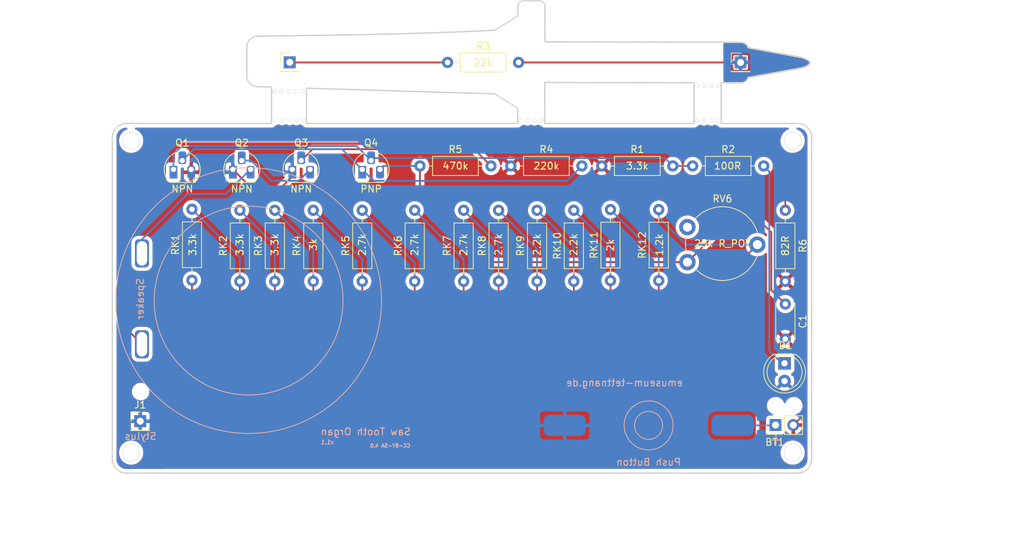
<source format=kicad_pcb>
(kicad_pcb (version 20171130) (host pcbnew 5.1.8)
  (layers (0 F.Cu signal) (31 B.Cu signal) (34 B.Paste user) (35 F.Paste user) (36 B.SilkS user) (37 F.SilkS user) (38 B.Mask user) (39 F.Mask user) (44 Edge.Cuts user))
  (net 0 "")
  (net 1 GND)
  (net 2 +9V)
  (net 3 "Net-(C1-Pad1)")
  (net 4 VS)
  (net 5 "Net-(D1-Pad1)")
  (net 6 "Net-(Q1-Pad1)")
  (net 7 "Net-(Q1-Pad2)")
  (net 8 "Net-(LS1-Pad2)")
  (net 9 "Net-(RK1-Pad2)")
  (net 10 "Net-(RK1-Pad1)")
  (net 11 "Net-(RK2-Pad2)")
  (net 12 "Net-(RK3-Pad2)")
  (net 13 "Net-(RK4-Pad2)")
  (net 14 "Net-(RK5-Pad2)")
  (net 15 "Net-(RK6-Pad2)")
  (net 16 "Net-(RK7-Pad2)")
  (net 17 "Net-(RK8-Pad2)")
  (net 18 "Net-(RK10-Pad1)")
  (net 19 "Net-(RK10-Pad2)")
  (net 20 "Net-(RK11-Pad2)")
  (net 21 "Net-(RK12-Pad2)")
  (net 22 "Net-(RV6-Pad3)")
  (net 23 "Net-(J2-Pad1)")
  (net 24 "Net-(J3-Pad1)")
  (net 25 "Net-(Q3-Pad2)")
  (net 26 "Net-(Q2-Pad2)")
  (net 27 "Net-(LS1-Pad1)")
  (module MountingHole:MountingHole_2.1mm (layer F.Cu) (at 160.95 99.72)
    (fp_text reference REF** hide)
    (fp_text value MountingHole_2.1mm)
    (pad "" np_thru_hole circle (at 0 0) (size 1.5 1.5) (drill 1.5) (layers *.Cu *.Mask))
  )
  (module MountingHole:MountingHole_2.1mm (layer F.Cu) (at 143.31 146.77)
    (fp_text reference REF** hide)
    (fp_text value MountingHole_2.1mm)
    (pad "" np_thru_hole circle (at 0 0) (size 1.5 1.5) (drill 1.5) (layers *.Cu *.Mask))
  )
  (module MountingHole:MountingHole_2.1mm (layer F.Cu) (at 234.12 148.78)
    (fp_text reference REF** hide)
    (fp_text value MountingHole_2.1mm)
    (pad "" np_thru_hole circle (at 0 0) (size 1.5 1.5) (drill 1.5) (layers *.Cu *.Mask))
  )
  (module MountingHole:MountingHole_2.1mm (layer F.Cu) (at 236.71 148.79)
    (fp_text reference REF** hide)
    (fp_text value MountingHole_2.1mm)
    (pad "" np_thru_hole circle (at 0 0) (size 1.5 1.5) (drill 1.5) (layers *.Cu *.Mask))
  )
  (module SawToothOrganDIP:pad_solder_iron (layer F.Cu) (at 189.15 100.5)
    (fp_text reference Ref** hide)
    (fp_text value Val** hide)
  )
  (module Binary_Kitchen:MouseBites (layer F.Cu) (at 225.44 103.01)
    (fp_text reference Ref** hide)
    (fp_text value Val** hide)
    (pad 2 thru_hole circle (at 0.499952 0.000029) (size 0.495127 0.495127) (drill 0.495127) (layers *.Cu *.Mask))
    (pad 1 thru_hole circle (at -0.500048 0.000029) (size 0.495127 0.495127) (drill 0.495127) (layers *.Cu *.Mask))
  )
  (module Binary_Kitchen:MouseBites (layer F.Cu) (at 223.39 103.01)
    (fp_text reference Ref** hide)
    (fp_text value Val** hide)
    (pad 2 thru_hole circle (at 0.499952 0.000029) (size 0.495127 0.495127) (drill 0.495127) (layers *.Cu *.Mask))
    (pad 1 thru_hole circle (at -0.500048 0.000029) (size 0.495127 0.495127) (drill 0.495127) (layers *.Cu *.Mask))
  )
  (module Binary_Kitchen:MouseBites (layer F.Cu) (at 225.41 108)
    (fp_text reference Ref** hide)
    (fp_text value Val** hide)
    (pad 2 thru_hole circle (at 0.499952 0.000029) (size 0.495127 0.495127) (drill 0.495127) (layers *.Cu *.Mask))
    (pad 1 thru_hole circle (at -0.500048 0.000029) (size 0.495127 0.495127) (drill 0.495127) (layers *.Cu *.Mask))
  )
  (module Binary_Kitchen:MouseBites (layer F.Cu) (at 223.36 108)
    (fp_text reference Ref** hide)
    (fp_text value Val** hide)
    (pad 2 thru_hole circle (at 0.499952 0.000029) (size 0.495127 0.495127) (drill 0.495127) (layers *.Cu *.Mask))
    (pad 1 thru_hole circle (at -0.500048 0.000029) (size 0.495127 0.495127) (drill 0.495127) (layers *.Cu *.Mask))
  )
  (module Connector_PinHeader_2.54mm:PinHeader_1x01_P2.54mm_Vertical (layer F.Cu) (at 164.63 99.68)
    (fp_text reference J2 hide)
    (fp_text value Conn_01x01 hide)
    (pad 1 thru_hole rect (at 0 0) (size 1.7 1.7) (drill 1) (layers *.Cu *.Mask) (net 23 "Net-(J2-Pad1)"))
  )
  (module Resistor_THT:R_Axial_DIN0207_L6.3mm_D2.5mm_P10.16mm_Horizontal (layer F.Cu) (at 235.5 131 90)
    (fp_text reference R6 (at 5.08 2.5 90) (layer F.SilkS))
    (fp_text value 82R (at 5.08 0 90) (layer F.SilkS))
    (pad 2 thru_hole oval (at 10.16 0 90) (size 1.6 1.6) (drill 0.8) (layers *.Cu *.Mask) (net 27 "Net-(LS1-Pad1)"))
    (pad 1 thru_hole circle (at 0 0 90) (size 1.6 1.6) (drill 0.8) (layers *.Cu *.Mask) (net 1 GND))
  )
  (module Binary_Kitchen:Kitchen_Logo_10mm (layer F.Cu) (at 186.5 139.5)
    (fp_text reference Ref** hide)
    (fp_text value Val** hide)
  )
  (module Binary_Kitchen:Tettnang_Logo (layer F.Cu) (at 212.5 139)
    (fp_text reference Ref** hide)
    (fp_text value Val** hide)
  )
  (module Binary_Kitchen:MouseBites (layer F.Cu) (at 163.05 107.95)
    (fp_text reference Ref** hide)
    (fp_text value Val** hide)
    (pad 2 thru_hole circle (at 0.499952 0.000029) (size 0.495127 0.495127) (drill 0.495127) (layers *.Cu *.Mask))
    (pad 1 thru_hole circle (at -0.500048 0.000029) (size 0.495127 0.495127) (drill 0.495127) (layers *.Cu *.Mask))
  )
  (module Binary_Kitchen:MouseBites (layer F.Cu) (at 165.1 107.95)
    (fp_text reference Ref** hide)
    (fp_text value Val** hide)
    (pad 2 thru_hole circle (at 0.499952 0.000029) (size 0.495127 0.495127) (drill 0.495127) (layers *.Cu *.Mask))
    (pad 1 thru_hole circle (at -0.500048 0.000029) (size 0.495127 0.495127) (drill 0.495127) (layers *.Cu *.Mask))
  )
  (module Binary_Kitchen:Push_Button (layer B.Cu) (at 203.95 151.6)
    (fp_text reference SW1 hide)
    (fp_text value SW_DIP_x01)
    (fp_text user "Push Button" (at 12 5.25) (layer B.SilkS) (effects (justify mirror)))
    (pad 2 smd roundrect (at 24 0) (size 6 3) (layers B.Cu B.Paste B.Mask) (net 2 +9V))
    (pad 1 smd roundrect (at 0 0) (size 6 3) (layers B.Cu B.Paste B.Mask) (net 4 VS))
  )
  (module Binary_Kitchen:Mouse_Bites_one (layer F.Cu) (at 166.6 107.95)
    (fp_text reference Ref** hide)
    (fp_text value Val** hide)
    (pad 1 thru_hole circle (at -0.000048 0.000029) (size 0.495127 0.495127) (drill 0.495127) (layers *.Cu *.Mask))
  )
  (module Binary_Kitchen:Mouse_Bites_one (layer F.Cu) (at 166.5 103.85)
    (fp_text reference Ref** hide)
    (fp_text value Val** hide)
    (pad 1 thru_hole circle (at -0.000048 0.000029) (size 0.495127 0.495127) (drill 0.495127) (layers *.Cu *.Mask))
  )
  (module Binary_Kitchen:MouseBites (layer F.Cu) (at 165 103.85)
    (fp_text reference Ref** hide)
    (fp_text value Val** hide)
    (pad 1 thru_hole circle (at -0.500048 0.000029) (size 0.495127 0.495127) (drill 0.495127) (layers *.Cu *.Mask))
    (pad 2 thru_hole circle (at 0.499952 0.000029) (size 0.495127 0.495127) (drill 0.495127) (layers *.Cu *.Mask))
  )
  (module Binary_Kitchen:MouseBites (layer F.Cu) (at 162.95 103.85)
    (fp_text reference Ref** hide)
    (fp_text value Val** hide)
    (pad 1 thru_hole circle (at -0.500048 0.000029) (size 0.495127 0.495127) (drill 0.495127) (layers *.Cu *.Mask))
    (pad 2 thru_hole circle (at 0.499952 0.000029) (size 0.495127 0.495127) (drill 0.495127) (layers *.Cu *.Mask))
  )
  (module Binary_Kitchen:MouseBites (layer F.Cu) (at 200.15 108)
    (fp_text reference Ref** hide)
    (fp_text value Val** hide)
    (pad 2 thru_hole circle (at 0.499952 0.000029) (size 0.495127 0.495127) (drill 0.495127) (layers *.Cu *.Mask))
    (pad 1 thru_hole circle (at -0.500048 0.000029) (size 0.495127 0.495127) (drill 0.495127) (layers *.Cu *.Mask))
  )
  (module Binary_Kitchen:MouseBites (layer F.Cu) (at 198.1 108)
    (fp_text reference Ref** hide)
    (fp_text value Val** hide)
    (pad 2 thru_hole circle (at 0.499952 0.000029) (size 0.495127 0.495127) (drill 0.495127) (layers *.Cu *.Mask))
    (pad 1 thru_hole circle (at -0.500048 0.000029) (size 0.495127 0.495127) (drill 0.495127) (layers *.Cu *.Mask))
  )
  (module Binary_Kitchen:Keyboard (layer F.Cu) (at 189.15 144.95)
    (fp_text reference U1 hide)
    (fp_text value Keyboard hide)
    (fp_poly (pts (xy -35.009666 1.947334) (xy -32.004 1.947334) (xy -32.004 12.573) (xy -42.121666 12.573) (xy -42.121666 -12.530666) (xy -35.009666 -12.530666) (xy -35.009666 1.947334)) (layer F.Cu) (width 0.01))
    (fp_poly (pts (xy -24.426333 1.947334) (xy -21.420666 1.947334) (xy -21.420666 12.573) (xy -31.538333 12.573) (xy -31.538333 1.947334) (xy -28.532666 1.947334) (xy -28.532666 -12.530666) (xy -24.426333 -12.530666) (xy -24.426333 1.947334)) (layer F.Cu) (width 0.01))
    (fp_poly (pts (xy -10.837333 12.573) (xy -20.955 12.573) (xy -20.955 1.947334) (xy -17.949333 1.947334) (xy -17.949333 -12.530666) (xy -10.837333 -12.530666) (xy -10.837333 12.573)) (layer F.Cu) (width 0.01))
    (fp_poly (pts (xy -3.217333 1.947334) (xy -0.211666 1.947334) (xy -0.211666 12.573) (xy -10.371666 12.573) (xy -10.371666 -12.530666) (xy -3.217333 -12.530666) (xy -3.217333 1.947334)) (layer F.Cu) (width 0.01))
    (fp_poly (pts (xy 7.366 1.947334) (xy 10.371667 1.947334) (xy 10.371667 12.573) (xy 0.211667 12.573) (xy 0.211667 1.947334) (xy 3.217334 1.947334) (xy 3.217334 -12.530666) (xy 7.366 -12.530666) (xy 7.366 1.947334)) (layer F.Cu) (width 0.01))
    (fp_poly (pts (xy 17.949334 1.947334) (xy 20.955 1.947334) (xy 20.955 12.573) (xy 10.837334 12.573) (xy 10.837334 1.947334) (xy 13.843 1.947334) (xy 13.843 -12.530666) (xy 17.949334 -12.530666) (xy 17.949334 1.947334)) (layer F.Cu) (width 0.01))
    (fp_poly (pts (xy 31.538334 12.573) (xy 21.420667 12.573) (xy 21.420667 1.947334) (xy 24.426334 1.947334) (xy 24.426334 -12.530666) (xy 31.538334 -12.530666) (xy 31.538334 12.573)) (layer F.Cu) (width 0.01))
    (fp_poly (pts (xy 42.121667 12.573) (xy 32.004 12.573) (xy 32.004 -12.530666) (xy 42.121667 -12.530666) (xy 42.121667 12.573)) (layer F.Cu) (width 0.01))
    (fp_poly (pts (xy -28.924126 -5.471583) (xy -28.934833 1.5875) (xy -31.739416 1.598386) (xy -34.544 1.609271) (xy -34.544 -12.530666) (xy -28.913418 -12.530666) (xy -28.924126 -5.471583)) (layer F.Cu) (width 0.01))
    (fp_poly (pts (xy -18.330333 1.608667) (xy -21.117278 1.608667) (xy -21.595426 1.608249) (xy -22.048497 1.607043) (xy -22.46941 1.605119) (xy -22.851086 1.602549) (xy -23.186446 1.599404) (xy -23.468408 1.595754) (xy -23.689894 1.591671) (xy -23.843823 1.587225) (xy -23.923116 1.582488) (xy -23.932444 1.580445) (xy -23.935513 1.535739) (xy -23.938488 1.410784) (xy -23.941352 1.209999) (xy -23.944088 0.937801) (xy -23.946678 0.598609) (xy -23.949104 0.196841) (xy -23.951349 -0.263086) (xy -23.953395 -0.776754) (xy -23.955225 -1.339744) (xy -23.95682 -1.947638) (xy -23.958164 -2.596018) (xy -23.959238 -3.280467) (xy -23.960025 -3.996566) (xy -23.960507 -4.739897) (xy -23.960666 -5.489222) (xy -23.960666 -12.530666) (xy -18.330333 -12.530666) (xy -18.330333 1.608667)) (layer F.Cu) (width 0.01))
    (fp_poly (pts (xy 2.868208 -5.471583) (xy 2.8575 1.5875) (xy 0.052917 1.598386) (xy -2.751666 1.609271) (xy -2.751666 -12.530666) (xy 2.878915 -12.530666) (xy 2.868208 -5.471583)) (layer F.Cu) (width 0.01))
    (fp_poly (pts (xy 13.440834 1.5875) (xy 10.63625 1.598386) (xy 7.831667 1.609271) (xy 7.831667 -12.530666) (xy 13.462248 -12.530666) (xy 13.440834 1.5875)) (layer F.Cu) (width 0.01))
    (fp_poly (pts (xy 24.045334 1.608667) (xy 21.258389 1.608667) (xy 20.780241 1.608249) (xy 20.32717 1.607043) (xy 19.906256 1.605119) (xy 19.52458 1.602549) (xy 19.189221 1.599404) (xy 18.907259 1.595754) (xy 18.685773 1.591671) (xy 18.531844 1.587225) (xy 18.45255 1.582488) (xy 18.443222 1.580445) (xy 18.440154 1.535739) (xy 18.437179 1.410784) (xy 18.434315 1.209999) (xy 18.431579 0.937801) (xy 18.428989 0.598609) (xy 18.426562 0.196841) (xy 18.424317 -0.263086) (xy 18.422271 -0.776754) (xy 18.420442 -1.339744) (xy 18.418846 -1.947638) (xy 18.417503 -2.596018) (xy 18.416429 -3.280467) (xy 18.415642 -3.996566) (xy 18.41516 -4.739897) (xy 18.415 -5.489222) (xy 18.415 -12.530666) (xy 24.045334 -12.530666) (xy 24.045334 1.608667)) (layer F.Cu) (width 0.01))
    (pad 13 smd rect (at 37 -7.5) (size 4 10) (layers F.Cu F.Paste F.Mask) (net 21 "Net-(RK12-Pad2)"))
    (pad 12 smd rect (at 28.25 -7.5) (size 4 10) (layers F.Cu F.Paste F.Mask) (net 20 "Net-(RK11-Pad2)"))
    (pad 11 smd rect (at 21.25 -7.5) (size 4 10) (layers F.Cu F.Paste F.Mask) (net 19 "Net-(RK10-Pad2)"))
    (pad 10 smd rect (at 15.95 -7.5) (size 3.5 10) (layers F.Cu F.Paste F.Mask) (net 18 "Net-(RK10-Pad1)"))
    (pad 9 smd rect (at 10.75 -7.5) (size 4 10) (layers F.Cu F.Paste F.Mask) (net 17 "Net-(RK8-Pad2)"))
    (pad 8 smd rect (at 5.25 -7.5) (size 4 10) (layers F.Cu F.Paste F.Mask) (net 16 "Net-(RK7-Pad2)"))
    (pad 7 smd rect (at 0.25 -7.5) (size 4 10) (layers F.Cu F.Paste F.Mask) (net 15 "Net-(RK6-Pad2)"))
    (pad 6 smd rect (at -6.75 -7.5) (size 4 10) (layers F.Cu F.Paste F.Mask) (net 14 "Net-(RK5-Pad2)"))
    (pad 5 smd rect (at -14.25 -7.5) (size 4 10) (layers F.Cu F.Paste F.Mask) (net 13 "Net-(RK4-Pad2)"))
    (pad 3 smd rect (at -26.5 -7.5) (size 3.5 10) (layers F.Cu F.Paste F.Mask) (net 11 "Net-(RK2-Pad2)"))
    (pad 4 smd rect (at -21 -7.5) (size 4 10) (layers F.Cu F.Paste F.Mask) (net 12 "Net-(RK3-Pad2)"))
    (pad 1 smd rect (at -38.5 -7.5) (size 4 10) (layers F.Cu F.Paste F.Mask) (net 10 "Net-(RK1-Pad1)"))
    (pad 2 smd rect (at -31.75 -7.5) (size 4 10) (layers F.Cu F.Paste F.Mask) (net 9 "Net-(RK1-Pad2)"))
  )
  (module Binary_Kitchen:Speaker (layer B.Cu) (at 143.5 140 90)
    (fp_text reference LS1 hide)
    (fp_text value Speaker)
    (fp_text user Speaker (at 6.5 -0.25 270) (layer B.SilkS) (effects (justify mirror)))
    (pad 2 thru_hole roundrect (at 13 0 90) (size 4 2) (drill oval 3.5 1.5) (layers *.Cu *.Mask) (net 8 "Net-(LS1-Pad2)"))
    (pad 1 thru_hole roundrect (at 0 0 90) (size 4 2) (drill oval 3.5 1.5) (layers *.Cu *.Mask) (net 27 "Net-(LS1-Pad1)"))
  )
  (module Connector_PinHeader_2.54mm:PinHeader_1x01_P2.54mm_Vertical (layer F.Cu) (at 229.1 99.7)
    (fp_text reference J3 hide)
    (fp_text value Conn_01x01)
    (pad 1 thru_hole rect (at 0 0) (size 1.7 1.7) (drill 1) (layers *.Cu *.Mask) (net 24 "Net-(J3-Pad1)"))
  )
  (module Connector_PinHeader_2.54mm:PinHeader_1x01_P2.54mm_Vertical (layer F.Cu) (at 143.25 151)
    (fp_text reference J1 (at 0 -2.33) (layer F.SilkS))
    (fp_text value Conn_01x01)
    (pad 1 thru_hole rect (at 0 0) (size 1.7 1.7) (drill 1) (layers *.Cu *.Mask) (net 4 VS))
  )
  (module Capacitor_THT:C_Disc_D5.0mm_W2.5mm_P5.00mm (layer F.Cu) (at 235.5 134.25 270)
    (fp_text reference C1 (at 2.5 -2.5 90) (layer F.SilkS))
    (fp_text value 22nF)
    (pad 2 thru_hole circle (at 5 0 270) (size 1.6 1.6) (drill 0.8) (layers *.Cu *.Mask) (net 1 GND))
    (pad 1 thru_hole circle (at 0 0 270) (size 1.6 1.6) (drill 0.8) (layers *.Cu *.Mask) (net 3 "Net-(C1-Pad1)"))
  )
  (module SawToothOrganDIP:drilling (layer F.Cu) (at 189.203999 133.146)
    (fp_text reference Ref** hide)
    (fp_text value Val** hide)
    (pad 4 thru_hole circle (at 47.346001 -22.246) (size 2.45553 2.45553) (drill 2.45553) (layers *.Cu *.Mask))
    (pad 3 thru_hole circle (at 47.346001 22.346001) (size 2.45553 2.45553) (drill 2.45553) (layers *.Cu *.Mask))
    (pad 2 thru_hole circle (at -47.246 22.346001) (size 2.45553 2.45553) (drill 2.45553) (layers *.Cu *.Mask))
    (pad 1 thru_hole circle (at -47.246 -22.246) (size 2.45553 2.45553) (drill 2.45553) (layers *.Cu *.Mask))
  )
  (module Potentiometer_THT:Potentiometer_Piher_PT-10-V10_Vertical (layer F.Cu) (at 221.5 128.25)
    (fp_text reference RV6 (at 5 -9.05) (layer F.SilkS))
    (fp_text value "25k R_POT" (at 5 -2.65) (layer F.SilkS))
    (pad 1 thru_hole circle (at 0 0) (size 2.34 2.34) (drill 1.3) (layers *.Cu *.Mask) (net 3 "Net-(C1-Pad1)"))
    (pad 2 thru_hole circle (at 10 -2.5) (size 2.34 2.34) (drill 1.3) (layers *.Cu *.Mask) (net 21 "Net-(RK12-Pad2)"))
    (pad 3 thru_hole circle (at 0 -5) (size 2.34 2.34) (drill 1.3) (layers *.Cu *.Mask) (net 22 "Net-(RV6-Pad3)"))
  )
  (module Resistor_THT:R_Axial_DIN0207_L6.3mm_D2.5mm_P10.16mm_Horizontal (layer F.Cu) (at 217.4 130.9 90)
    (fp_text reference RK12 (at 5.08 -2.37 90) (layer F.SilkS))
    (fp_text value 1.2k (at 5.15 0.1 90) (layer F.SilkS))
    (pad 2 thru_hole oval (at 10.16 0 90) (size 1.6 1.6) (drill 0.8) (layers *.Cu *.Mask) (net 21 "Net-(RK12-Pad2)"))
    (pad 1 thru_hole circle (at 0 0 90) (size 1.6 1.6) (drill 0.8) (layers *.Cu *.Mask) (net 20 "Net-(RK11-Pad2)"))
  )
  (module Resistor_THT:R_Axial_DIN0207_L6.3mm_D2.5mm_P10.16mm_Horizontal (layer F.Cu) (at 210.5 130.9 90)
    (fp_text reference RK11 (at 5.08 -2.37 90) (layer F.SilkS))
    (fp_text value 2k (at 5.08 0 90) (layer F.SilkS))
    (pad 2 thru_hole oval (at 10.16 0 90) (size 1.6 1.6) (drill 0.8) (layers *.Cu *.Mask) (net 20 "Net-(RK11-Pad2)"))
    (pad 1 thru_hole circle (at 0 0 90) (size 1.6 1.6) (drill 0.8) (layers *.Cu *.Mask) (net 19 "Net-(RK10-Pad2)"))
  )
  (module Resistor_THT:R_Axial_DIN0207_L6.3mm_D2.5mm_P10.16mm_Horizontal (layer F.Cu) (at 205.25 131 90)
    (fp_text reference RK10 (at 5.08 -2.37 90) (layer F.SilkS))
    (fp_text value 2.2k (at 5.25 0 90) (layer F.SilkS))
    (pad 2 thru_hole oval (at 10.16 0 90) (size 1.6 1.6) (drill 0.8) (layers *.Cu *.Mask) (net 19 "Net-(RK10-Pad2)"))
    (pad 1 thru_hole circle (at 0 0 90) (size 1.6 1.6) (drill 0.8) (layers *.Cu *.Mask) (net 18 "Net-(RK10-Pad1)"))
  )
  (module Resistor_THT:R_Axial_DIN0207_L6.3mm_D2.5mm_P10.16mm_Horizontal (layer F.Cu) (at 200 131 90)
    (fp_text reference RK9 (at 5.08 -2.37 90) (layer F.SilkS))
    (fp_text value 2.2k (at 5.25 0 90) (layer F.SilkS))
    (pad 2 thru_hole oval (at 10.16 0 90) (size 1.6 1.6) (drill 0.8) (layers *.Cu *.Mask) (net 18 "Net-(RK10-Pad1)"))
    (pad 1 thru_hole circle (at 0 0 90) (size 1.6 1.6) (drill 0.8) (layers *.Cu *.Mask) (net 17 "Net-(RK8-Pad2)"))
  )
  (module Resistor_THT:R_Axial_DIN0207_L6.3mm_D2.5mm_P10.16mm_Horizontal (layer F.Cu) (at 194.5 131 90)
    (fp_text reference RK8 (at 5.08 -2.37 90) (layer F.SilkS))
    (fp_text value 2.7k (at 5.25 0 90) (layer F.SilkS))
    (pad 2 thru_hole oval (at 10.16 0 90) (size 1.6 1.6) (drill 0.8) (layers *.Cu *.Mask) (net 17 "Net-(RK8-Pad2)"))
    (pad 1 thru_hole circle (at 0 0 90) (size 1.6 1.6) (drill 0.8) (layers *.Cu *.Mask) (net 16 "Net-(RK7-Pad2)"))
  )
  (module Resistor_THT:R_Axial_DIN0207_L6.3mm_D2.5mm_P10.16mm_Horizontal (layer F.Cu) (at 189.5 131 90)
    (fp_text reference RK7 (at 5.08 -2.37 90) (layer F.SilkS))
    (fp_text value 2.7k (at 5.25 0 90) (layer F.SilkS))
    (pad 2 thru_hole oval (at 10.16 0 90) (size 1.6 1.6) (drill 0.8) (layers *.Cu *.Mask) (net 16 "Net-(RK7-Pad2)"))
    (pad 1 thru_hole circle (at 0 0 90) (size 1.6 1.6) (drill 0.8) (layers *.Cu *.Mask) (net 15 "Net-(RK6-Pad2)"))
  )
  (module Resistor_THT:R_Axial_DIN0207_L6.3mm_D2.5mm_P10.16mm_Horizontal (layer F.Cu) (at 182.5 131 90)
    (fp_text reference RK6 (at 5.08 -2.37 90) (layer F.SilkS))
    (fp_text value 2.7k (at 5.25 0 90) (layer F.SilkS))
    (pad 2 thru_hole oval (at 10.16 0 90) (size 1.6 1.6) (drill 0.8) (layers *.Cu *.Mask) (net 15 "Net-(RK6-Pad2)"))
    (pad 1 thru_hole circle (at 0 0 90) (size 1.6 1.6) (drill 0.8) (layers *.Cu *.Mask) (net 14 "Net-(RK5-Pad2)"))
  )
  (module Resistor_THT:R_Axial_DIN0207_L6.3mm_D2.5mm_P10.16mm_Horizontal (layer F.Cu) (at 175 131 90)
    (fp_text reference RK5 (at 5.08 -2.37 90) (layer F.SilkS))
    (fp_text value 2.7k (at 5.25 0 90) (layer F.SilkS))
    (pad 2 thru_hole oval (at 10.16 0 90) (size 1.6 1.6) (drill 0.8) (layers *.Cu *.Mask) (net 14 "Net-(RK5-Pad2)"))
    (pad 1 thru_hole circle (at 0 0 90) (size 1.6 1.6) (drill 0.8) (layers *.Cu *.Mask) (net 13 "Net-(RK4-Pad2)"))
  )
  (module Resistor_THT:R_Axial_DIN0207_L6.3mm_D2.5mm_P10.16mm_Horizontal (layer F.Cu) (at 168 131 90)
    (fp_text reference RK4 (at 5.08 -2.37 90) (layer F.SilkS))
    (fp_text value 3k (at 5.25 0 90) (layer F.SilkS))
    (pad 2 thru_hole oval (at 10.16 0 90) (size 1.6 1.6) (drill 0.8) (layers *.Cu *.Mask) (net 13 "Net-(RK4-Pad2)"))
    (pad 1 thru_hole circle (at 0 0 90) (size 1.6 1.6) (drill 0.8) (layers *.Cu *.Mask) (net 12 "Net-(RK3-Pad2)"))
  )
  (module Resistor_THT:R_Axial_DIN0207_L6.3mm_D2.5mm_P10.16mm_Horizontal (layer F.Cu) (at 162.5 131 90)
    (fp_text reference RK3 (at 5.08 -2.37 90) (layer F.SilkS))
    (fp_text value 3.3k (at 5.25 0 90) (layer F.SilkS))
    (pad 2 thru_hole oval (at 10.16 0 90) (size 1.6 1.6) (drill 0.8) (layers *.Cu *.Mask) (net 12 "Net-(RK3-Pad2)"))
    (pad 1 thru_hole circle (at 0 0 90) (size 1.6 1.6) (drill 0.8) (layers *.Cu *.Mask) (net 11 "Net-(RK2-Pad2)"))
  )
  (module Resistor_THT:R_Axial_DIN0207_L6.3mm_D2.5mm_P10.16mm_Horizontal (layer F.Cu) (at 157.5 131 90)
    (fp_text reference RK2 (at 5.08 -2.37 90) (layer F.SilkS))
    (fp_text value 3.3k (at 5.25 0 90) (layer F.SilkS))
    (pad 2 thru_hole oval (at 10.16 0 90) (size 1.6 1.6) (drill 0.8) (layers *.Cu *.Mask) (net 11 "Net-(RK2-Pad2)"))
    (pad 1 thru_hole circle (at 0 0 90) (size 1.6 1.6) (drill 0.8) (layers *.Cu *.Mask) (net 9 "Net-(RK1-Pad2)"))
  )
  (module Resistor_THT:R_Axial_DIN0207_L6.3mm_D2.5mm_P10.16mm_Horizontal (layer F.Cu) (at 150.65 130.85 90)
    (fp_text reference RK1 (at 5.08 -2.37 90) (layer F.SilkS))
    (fp_text value 3.3k (at 5.1 0.1 90) (layer F.SilkS))
    (pad 2 thru_hole oval (at 10.16 0 90) (size 1.6 1.6) (drill 0.8) (layers *.Cu *.Mask) (net 9 "Net-(RK1-Pad2)"))
    (pad 1 thru_hole circle (at 0 0 90) (size 1.6 1.6) (drill 0.8) (layers *.Cu *.Mask) (net 10 "Net-(RK1-Pad1)"))
  )
  (module Resistor_THT:R_Axial_DIN0207_L6.3mm_D2.5mm_P10.16mm_Horizontal (layer F.Cu) (at 183.25 114.5)
    (fp_text reference R5 (at 5.08 -2.37) (layer F.SilkS))
    (fp_text value 470k (at 5.08 0) (layer F.SilkS))
    (pad 2 thru_hole oval (at 10.16 0) (size 1.6 1.6) (drill 0.8) (layers *.Cu *.Mask) (net 25 "Net-(Q3-Pad2)"))
    (pad 1 thru_hole circle (at 0 0) (size 1.6 1.6) (drill 0.8) (layers *.Cu *.Mask) (net 3 "Net-(C1-Pad1)"))
  )
  (module Resistor_THT:R_Axial_DIN0207_L6.3mm_D2.5mm_P10.16mm_Horizontal (layer F.Cu) (at 196.25 114.5)
    (fp_text reference R4 (at 5.08 -2.37) (layer F.SilkS))
    (fp_text value 220k (at 5.08 0) (layer F.SilkS))
    (pad 2 thru_hole oval (at 10.16 0) (size 1.6 1.6) (drill 0.8) (layers *.Cu *.Mask) (net 7 "Net-(Q1-Pad2)"))
    (pad 1 thru_hole circle (at 0 0) (size 1.6 1.6) (drill 0.8) (layers *.Cu *.Mask) (net 1 GND))
  )
  (module Resistor_THT:R_Axial_DIN0207_L6.3mm_D2.5mm_P10.16mm_Horizontal (layer F.Cu) (at 187.2 99.7)
    (fp_text reference R3 (at 5.08 -2.37) (layer F.SilkS))
    (fp_text value 22k (at 5.08 0.05) (layer F.SilkS))
    (pad 2 thru_hole oval (at 10.16 0) (size 1.6 1.6) (drill 0.8) (layers *.Cu *.Mask) (net 24 "Net-(J3-Pad1)"))
    (pad 1 thru_hole circle (at 0 0) (size 1.6 1.6) (drill 0.8) (layers *.Cu *.Mask) (net 23 "Net-(J2-Pad1)"))
  )
  (module Resistor_THT:R_Axial_DIN0207_L6.3mm_D2.5mm_P10.16mm_Horizontal (layer F.Cu) (at 222.25 114.5)
    (fp_text reference R2 (at 5.08 -2.37) (layer F.SilkS))
    (fp_text value 100R (at 5 0) (layer F.SilkS))
    (pad 2 thru_hole oval (at 10.16 0) (size 1.6 1.6) (drill 0.8) (layers *.Cu *.Mask) (net 5 "Net-(D1-Pad1)"))
    (pad 1 thru_hole circle (at 0 0) (size 1.6 1.6) (drill 0.8) (layers *.Cu *.Mask) (net 6 "Net-(Q1-Pad1)"))
  )
  (module Resistor_THT:R_Axial_DIN0207_L6.3mm_D2.5mm_P10.16mm_Horizontal (layer F.Cu) (at 209.25 114.5)
    (fp_text reference R1 (at 5.08 -2.37) (layer F.SilkS))
    (fp_text value 3.3k (at 5.08 0) (layer F.SilkS))
    (pad 2 thru_hole oval (at 10.16 0) (size 1.6 1.6) (drill 0.8) (layers *.Cu *.Mask) (net 6 "Net-(Q1-Pad1)"))
    (pad 1 thru_hole circle (at 0 0) (size 1.6 1.6) (drill 0.8) (layers *.Cu *.Mask) (net 1 GND))
  )
  (module Package_TO_SOT_THT:TO-92L_HandSolder (layer F.Cu) (at 165 115)
    (fp_text reference Q3 (at 1.27 -3.8) (layer F.SilkS))
    (fp_text value NPN (at 1.27 2.79) (layer F.SilkS))
    (pad 1 thru_hole rect (at 0 0) (size 1.1 1.8) (drill 0.75 (offset 0 0.4)) (layers *.Cu *.Mask) (net 4 VS))
    (pad 3 thru_hole roundrect (at 2.54 0) (size 1.1 1.8) (drill 0.75 (offset 0 0.4)) (layers *.Cu *.Mask) (net 26 "Net-(Q2-Pad2)"))
    (pad 2 thru_hole roundrect (at 1.27 -1.27) (size 1.1 1.8) (drill 0.75 (offset 0 -0.4)) (layers *.Cu *.Mask) (net 25 "Net-(Q3-Pad2)"))
  )
  (module Package_TO_SOT_THT:TO-92L_HandSolder (layer F.Cu) (at 156.5 115)
    (fp_text reference Q2 (at 1.27 -3.8) (layer F.SilkS))
    (fp_text value NPN (at 1.27 2.79) (layer F.SilkS))
    (pad 1 thru_hole rect (at 0 0) (size 1.1 1.8) (drill 0.75 (offset 0 0.4)) (layers *.Cu *.Mask) (net 4 VS))
    (pad 3 thru_hole roundrect (at 2.54 0) (size 1.1 1.8) (drill 0.75 (offset 0 0.4)) (layers *.Cu *.Mask) (net 8 "Net-(LS1-Pad2)"))
    (pad 2 thru_hole roundrect (at 1.27 -1.27) (size 1.1 1.8) (drill 0.75 (offset 0 -0.4)) (layers *.Cu *.Mask) (net 26 "Net-(Q2-Pad2)"))
  )
  (module Package_TO_SOT_THT:TO-92L_HandSolder (layer F.Cu) (at 175 115)
    (fp_text reference Q4 (at 1.27 -3.8) (layer F.SilkS))
    (fp_text value PNP (at 1.27 2.79) (layer F.SilkS))
    (pad 1 thru_hole rect (at 0 0) (size 1.1 1.8) (drill 0.75 (offset 0 0.4)) (layers *.Cu *.Mask) (net 7 "Net-(Q1-Pad2)"))
    (pad 3 thru_hole roundrect (at 2.54 0) (size 1.1 1.8) (drill 0.75 (offset 0 0.4)) (layers *.Cu *.Mask) (net 3 "Net-(C1-Pad1)"))
    (pad 2 thru_hole roundrect (at 1.27 -1.27) (size 1.1 1.8) (drill 0.75 (offset 0 -0.4)) (layers *.Cu *.Mask) (net 6 "Net-(Q1-Pad1)"))
  )
  (module Package_TO_SOT_THT:TO-92L_HandSolder (layer F.Cu) (at 148 115)
    (fp_text reference Q1 (at 1.27 -3.8) (layer F.SilkS))
    (fp_text value NPN (at 1.27 2.79) (layer F.SilkS))
    (pad 1 thru_hole rect (at 0 0) (size 1.1 1.8) (drill 0.75 (offset 0 0.4)) (layers *.Cu *.Mask) (net 6 "Net-(Q1-Pad1)"))
    (pad 3 thru_hole roundrect (at 2.54 0) (size 1.1 1.8) (drill 0.75 (offset 0 0.4)) (layers *.Cu *.Mask) (net 1 GND))
    (pad 2 thru_hole roundrect (at 1.27 -1.27) (size 1.1 1.8) (drill 0.75 (offset 0 -0.4)) (layers *.Cu *.Mask) (net 7 "Net-(Q1-Pad2)"))
  )
  (module LED_THT:LED_D5.0mm_Clear (layer F.Cu) (at 235.39 142.72 270)
    (fp_text reference D1 (at -2.55 -0.15 180) (layer F.SilkS))
    (fp_text value "LED green")
    (pad 2 thru_hole circle (at 2.54 0 270) (size 1.8 1.8) (drill 0.9) (layers *.Cu *.Mask) (net 4 VS))
    (pad 1 thru_hole rect (at 0 0 270) (size 1.8 1.8) (drill 0.9) (layers *.Cu *.Mask) (net 5 "Net-(D1-Pad1)"))
  )
  (module Connector_PinHeader_2.54mm:PinHeader_1x02_P2.54mm_Vertical (layer F.Cu) (at 234.1 151.55 90)
    (fp_text reference BT1 (at -2.45 -0.1 180) (layer F.SilkS))
    (fp_text value Battery_Cell)
    (pad 2 thru_hole oval (at 0 2.54 90) (size 1.7 1.7) (drill 1) (layers *.Cu *.Mask) (net 1 GND))
    (pad 1 thru_hole rect (at 0 0 90) (size 1.7 1.7) (drill 1) (layers *.Cu *.Mask) (net 2 +9V))
  )
  (gr_text Stylus (at 143.3 153.15) (layer B.SilkS) (effects (font (size 1 1)) (justify mirror)))
  (gr_text + (at 234.16 153.53) (layer B.SilkS) (effects (font (size 2 2)) (justify mirror)))
  (gr_line (start 167.029194 103.379639) (end 167.029194 103.379639) (layer Edge.Cuts) (width 0.2))
  (gr_line (start 167.029194 108.425843) (end 167.029194 103.379639) (layer Edge.Cuts) (width 0.2))
  (gr_line (start 197.224254 108.425843) (end 167.029194 108.425843) (layer Edge.Cuts) (width 0.2))
  (gr_line (start 197.224254 107.595919) (end 197.224254 108.425843) (layer Edge.Cuts) (width 0.2))
  (gr_line (start 197.224254 107.375778) (end 197.224254 107.595919) (layer Edge.Cuts) (width 0.2))
  (gr_line (start 197.22477 106.529318) (end 197.224254 107.375778) (layer Edge.Cuts) (width 0.2))
  (gr_line (start 197.22477 106.215125) (end 197.22477 106.529318) (layer Edge.Cuts) (width 0.2))
  (gr_line (start 158.499483 100.107487) (end 158.499483 101.773018) (layer Edge.Cuts) (width 0.2))
  (gr_line (start 158.499483 100) (end 158.5 100) (layer Edge.Cuts) (width 0.2))
  (gr_curve (pts (xy 139.260345 156.42602) (xy 139.260345 157.534018) (xy 140.15274 158.425897) (xy 141.26074 158.425897)) (layer Edge.Cuts) (width 0.2))
  (gr_line (start 162.028984 108.425843) (end 141.26074 108.425843) (layer Edge.Cuts) (width 0.2))
  (gr_curve (pts (xy 198.083118 90.86929) (xy 197.626419 90.86759) (xy 197.264463 91.233709) (xy 197.261463 91.690429)) (layer Edge.Cuts) (width 0.2))
  (gr_curve (pts (xy 193.966056 95.084537) (xy 183.248408 95.656467) (xy 171.26417 95.794452) (xy 160.042024 95.941332)) (layer Edge.Cuts) (width 0.2))
  (gr_line (start 197.261463 91.690429) (end 197.253195 93.070707) (layer Edge.Cuts) (width 0.2))
  (gr_curve (pts (xy 160.042024 95.941332) (xy 159.188948 95.952492) (xy 158.514268 96.62662) (xy 158.508268 97.47974)) (layer Edge.Cuts) (width 0.2))
  (gr_line (start 158.508268 97.47974) (end 158.501033 98.556677) (layer Edge.Cuts) (width 0.2))
  (gr_line (start 197.253195 93.070707) (end 193.966056 95.084537) (layer Edge.Cuts) (width 0.2))
  (gr_curve (pts (xy 158.501033 98.556677) (xy 158.500518 98.556658) (xy 158.499998 98.556695) (xy 158.499483 98.556677)) (layer Edge.Cuts) (width 0.2))
  (gr_line (start 162.028984 103.22461) (end 162.028984 108.425843) (layer Edge.Cuts) (width 0.2))
  (gr_curve (pts (xy 158.499483 101.773018) (xy 158.574235 102.549448) (xy 159.224493 103.137941) (xy 160.023938 103.162598)) (layer Edge.Cuts) (width 0.2))
  (gr_curve (pts (xy 141.26074 108.425843) (xy 140.15274 108.425843) (xy 139.260345 109.317722) (xy 139.260345 110.425721)) (layer Edge.Cuts) (width 0.2))
  (gr_line (start 158.499483 98.556677) (end 158.499483 100) (layer Edge.Cuts) (width 0.2))
  (gr_line (start 229.227472 96.817765) (end 201.123758 96.745418) (layer Edge.Cuts) (width 0.2))
  (gr_curve (pts (xy 201.134095 91.699214) (xy 201.134995 91.242474) (xy 200.762938 90.879558) (xy 200.306238 90.877558)) (layer Edge.Cuts) (width 0.2))
  (gr_line (start 230.194339 97.579992) (end 230.194339 97.588777) (layer Edge.Cuts) (width 0.2))
  (gr_line (start 237.404752 98.899292) (end 230.194339 97.579992) (layer Edge.Cuts) (width 0.2))
  (gr_line (start 237.404752 98.900842) (end 237.404752 98.899292) (layer Edge.Cuts) (width 0.2))
  (gr_curve (pts (xy 230.194339 97.588777) (xy 230.093699 97.146323) (xy 229.701865 96.818436) (xy 229.227472 96.817765)) (layer Edge.Cuts) (width 0.2))
  (gr_line (start 237.390284 100.580326) (end 237.390284 100.578259) (layer Edge.Cuts) (width 0.2))
  (gr_line (start 230.183486 101.863452) (end 237.390284 100.580326) (layer Edge.Cuts) (width 0.2))
  (gr_line (start 230.183486 101.855701) (end 230.183486 101.863452) (layer Edge.Cuts) (width 0.2))
  (gr_line (start 139.260345 110.425721) (end 139.260345 156.42602) (layer Edge.Cuts) (width 0.2))
  (gr_line (start 193.939701 104.183724) (end 197.22477 106.215125) (layer Edge.Cuts) (width 0.2))
  (gr_line (start 201.112908 102.5585) (end 201.112908 102.5585) (layer Edge.Cuts) (width 0.2))
  (gr_line (start 201.096887 107.375778) (end 201.112908 102.5585) (layer Edge.Cuts) (width 0.2))
  (gr_line (start 201.098953 107.375778) (end 201.096887 107.375778) (layer Edge.Cuts) (width 0.2))
  (gr_line (start 201.098953 108.425843) (end 201.098953 107.375778) (layer Edge.Cuts) (width 0.2))
  (gr_line (start 222.457342 108.425843) (end 201.098953 108.425843) (layer Edge.Cuts) (width 0.2))
  (gr_line (start 222.457342 102.60811) (end 222.457342 108.425843) (layer Edge.Cuts) (width 0.2))
  (gr_line (start 201.112908 102.5585) (end 222.457342 102.60811) (layer Edge.Cuts) (width 0.2))
  (gr_curve (pts (xy 167.029194 103.379639) (xy 176.139016 103.663449) (xy 185.349798 103.951474) (xy 193.939701 104.183724)) (layer Edge.Cuts) (width 0.2))
  (gr_line (start 198.083118 90.86929) (end 198.083118 90.86929) (layer Edge.Cuts) (width 0.2))
  (gr_line (start 200.306238 90.877558) (end 198.083118 90.86929) (layer Edge.Cuts) (width 0.2))
  (gr_line (start 201.123758 96.745418) (end 201.134095 91.699214) (layer Edge.Cuts) (width 0.2))
  (gr_curve (pts (xy 239.035662 99.743685) (xy 239.03671 99.318789) (xy 237.968436 98.969661) (xy 237.404752 98.900842)) (layer Edge.Cuts) (width 0.2))
  (gr_curve (pts (xy 237.260059 158.425897) (xy 238.368057 158.425897) (xy 239.259936 157.534018) (xy 239.259936 156.42602)) (layer Edge.Cuts) (width 0.2))
  (gr_curve (pts (xy 237.390284 100.578259) (xy 237.953191 100.514113) (xy 239.035291 100.170282) (xy 239.035662 99.743685)) (layer Edge.Cuts) (width 0.2))
  (gr_line (start 226.34341 102.616895) (end 229.209904 102.623612) (layer Edge.Cuts) (width 0.2))
  (gr_line (start 226.34341 108.425843) (end 226.34341 102.616895) (layer Edge.Cuts) (width 0.2))
  (gr_line (start 237.260059 108.425843) (end 226.34341 108.425843) (layer Edge.Cuts) (width 0.2))
  (gr_curve (pts (xy 229.209904 102.623612) (xy 229.683347 102.624729) (xy 230.080145 102.297098) (xy 230.183486 101.855701)) (layer Edge.Cuts) (width 0.2))
  (gr_line (start 239.259936 156.42602) (end 239.259936 110.425721) (layer Edge.Cuts) (width 0.2))
  (gr_curve (pts (xy 160.023938 103.162598) (xy 160.684617 103.182998) (xy 161.365057 103.204009) (xy 162.028984 103.22461)) (layer Edge.Cuts) (width 0.2))
  (gr_curve (pts (xy 239.259936 110.425721) (xy 239.259936 109.317722) (xy 238.368057 108.425843) (xy 237.260059 108.425843)) (layer Edge.Cuts) (width 0.2))
  (gr_line (start 141.26074 158.425897) (end 237.260059 158.425897) (layer Edge.Cuts) (width 0.2))
  (gr_line (start 158.5 100) (end 158.499483 100.107487) (layer Edge.Cuts) (width 0.2))
  (gr_text "v1.1\n" (at 170 154) (layer B.SilkS) (effects (font (size 0.6 0.6) (thickness 0.127)) (justify mirror)))
  (gr_text "CC-BY-SA 4.0" (at 179 154.5) (layer B.SilkS) (effects (font (size 0.508 0.508) (thickness 0.127)) (justify mirror)))
  (gr_text "Saw Tooth Organ" (at 175.5 152.5) (layer B.SilkS) (effects (font (size 1 1)) (justify mirror)))
  (gr_text emuseum-tettnang.de (at 212.5 145.5) (layer B.SilkS) (effects (font (size 1 1)) (justify mirror)))
  (segment (start 236.575001 151.485001) (end 236.64 151.55) (width 0.25) (layer F.Cu) (net 1))
  (segment (start 235.5 139.25) (end 237.5 137.25) (width 0.25) (layer F.Cu) (net 1))
  (segment (start 237.5 133) (end 235.5 131) (width 0.25) (layer F.Cu) (net 1))
  (segment (start 237.5 137.25) (end 237.5 133) (width 0.25) (layer F.Cu) (net 1))
  (segment (start 236.64 151.55) (end 238.22 149.97) (width 0.25) (layer F.Cu) (net 1))
  (segment (start 238.22 141.97) (end 235.5 139.25) (width 0.25) (layer F.Cu) (net 1))
  (segment (start 238.22 149.97) (end 238.22 141.97) (width 0.25) (layer F.Cu) (net 1))
  (segment (start 234.05 151.6) (end 234.1 151.55) (width 0.25) (layer B.Cu) (net 2))
  (segment (start 227.95 151.6) (end 234.05 151.6) (width 0.25) (layer B.Cu) (net 2))
  (segment (start 178.04 114.5) (end 177.54 115) (width 0.25) (layer B.Cu) (net 3))
  (segment (start 183.25 114.5) (end 178.04 114.5) (width 0.25) (layer B.Cu) (net 3))
  (segment (start 193.75 128.25) (end 183.25 117.75) (width 0.25) (layer F.Cu) (net 3))
  (segment (start 221.5 128.25) (end 193.75 128.25) (width 0.25) (layer F.Cu) (net 3))
  (segment (start 183.25 117.75) (end 183.25 114.5) (width 0.25) (layer F.Cu) (net 3))
  (segment (start 227.25 122.5) (end 221.5 128.25) (width 0.25) (layer F.Cu) (net 3))
  (segment (start 233.5 124) (end 232 122.5) (width 0.25) (layer F.Cu) (net 3))
  (segment (start 233.5 132.25) (end 233.5 124) (width 0.25) (layer F.Cu) (net 3))
  (segment (start 232 122.5) (end 227.25 122.5) (width 0.25) (layer F.Cu) (net 3))
  (segment (start 235.5 134.25) (end 233.5 132.25) (width 0.25) (layer F.Cu) (net 3))
  (segment (start 165 115) (end 165 116) (width 0.25) (layer F.Cu) (net 4))
  (segment (start 165 116) (end 163 118) (width 0.25) (layer F.Cu) (net 4))
  (segment (start 159.5 118) (end 156.5 115) (width 0.25) (layer F.Cu) (net 4))
  (segment (start 163 118) (end 159.5 118) (width 0.25) (layer F.Cu) (net 4))
  (segment (start 233.209999 115.299999) (end 233.209999 140.929999) (width 0.25) (layer B.Cu) (net 5))
  (segment (start 232.41 114.5) (end 233.209999 115.299999) (width 0.25) (layer B.Cu) (net 5))
  (segment (start 235 142.72) (end 235.39 142.72) (width 0.25) (layer B.Cu) (net 5))
  (segment (start 233.209999 140.929999) (end 235 142.72) (width 0.25) (layer B.Cu) (net 5))
  (segment (start 222.25 114.5) (end 219.41 114.5) (width 0.25) (layer B.Cu) (net 6))
  (segment (start 176.625001 113.374999) (end 176.27 113.73) (width 0.25) (layer B.Cu) (net 6))
  (segment (start 218.284999 113.374999) (end 176.625001 113.374999) (width 0.25) (layer B.Cu) (net 6))
  (segment (start 219.41 114.5) (end 218.284999 113.374999) (width 0.25) (layer B.Cu) (net 6))
  (segment (start 148 112.851456) (end 148 115) (width 0.25) (layer B.Cu) (net 6))
  (segment (start 174.19498 111.65498) (end 149.196476 111.65498) (width 0.25) (layer B.Cu) (net 6))
  (segment (start 149.196476 111.65498) (end 148 112.851456) (width 0.25) (layer B.Cu) (net 6))
  (segment (start 176.27 113.73) (end 174.19498 111.65498) (width 0.25) (layer B.Cu) (net 6))
  (segment (start 176.62501 116.62501) (end 175 115) (width 0.25) (layer B.Cu) (net 7))
  (segment (start 204.28499 116.62501) (end 176.62501 116.62501) (width 0.25) (layer B.Cu) (net 7))
  (segment (start 206.41 114.5) (end 204.28499 116.62501) (width 0.25) (layer B.Cu) (net 7))
  (segment (start 172.10499 112.10499) (end 175 115) (width 0.25) (layer B.Cu) (net 7))
  (segment (start 150.89501 112.10499) (end 172.10499 112.10499) (width 0.25) (layer B.Cu) (net 7))
  (segment (start 149.27 113.73) (end 150.89501 112.10499) (width 0.25) (layer B.Cu) (net 7))
  (segment (start 159.04 115) (end 159 115) (width 0.25) (layer B.Cu) (net 8))
  (segment (start 159 115) (end 155.5 118.5) (width 0.25) (layer B.Cu) (net 8))
  (segment (start 143.5 125) (end 143.5 127) (width 0.25) (layer B.Cu) (net 8))
  (segment (start 150 118.5) (end 143.5 125) (width 0.25) (layer B.Cu) (net 8))
  (segment (start 155.5 118.5) (end 150 118.5) (width 0.25) (layer B.Cu) (net 8))
  (segment (start 157.5 137.35) (end 157.4 137.45) (width 0.25) (layer F.Cu) (net 9))
  (segment (start 157.5 131) (end 157.5 137.35) (width 0.25) (layer F.Cu) (net 9))
  (segment (start 157.5 127.54) (end 150.65 120.69) (width 0.25) (layer B.Cu) (net 9))
  (segment (start 157.5 131) (end 157.5 127.54) (width 0.25) (layer B.Cu) (net 9))
  (segment (start 150.65 130.85) (end 150.65 137.45) (width 0.25) (layer F.Cu) (net 10))
  (segment (start 162.5 137.3) (end 162.65 137.45) (width 0.25) (layer F.Cu) (net 11))
  (segment (start 162.5 131) (end 162.5 137.3) (width 0.25) (layer F.Cu) (net 11))
  (segment (start 162.5 125.84) (end 157.5 120.84) (width 0.25) (layer B.Cu) (net 11))
  (segment (start 162.5 131) (end 162.5 125.84) (width 0.25) (layer B.Cu) (net 11))
  (segment (start 168 137.3) (end 168.15 137.45) (width 0.25) (layer F.Cu) (net 12))
  (segment (start 168 131) (end 168 137.3) (width 0.25) (layer F.Cu) (net 12))
  (segment (start 168 126.34) (end 162.5 120.84) (width 0.25) (layer B.Cu) (net 12))
  (segment (start 168 131) (end 168 126.34) (width 0.25) (layer B.Cu) (net 12))
  (segment (start 175 137.35) (end 174.9 137.45) (width 0.25) (layer F.Cu) (net 13))
  (segment (start 175 131) (end 175 137.35) (width 0.25) (layer F.Cu) (net 13))
  (segment (start 175 127.84) (end 168 120.84) (width 0.25) (layer B.Cu) (net 13))
  (segment (start 175 131) (end 175 127.84) (width 0.25) (layer B.Cu) (net 13))
  (segment (start 182.5 137.35) (end 182.4 137.45) (width 0.25) (layer F.Cu) (net 14))
  (segment (start 182.5 131) (end 182.5 137.35) (width 0.25) (layer F.Cu) (net 14))
  (segment (start 182.5 128.34) (end 175 120.84) (width 0.25) (layer B.Cu) (net 14))
  (segment (start 182.5 131) (end 182.5 128.34) (width 0.25) (layer B.Cu) (net 14))
  (segment (start 189.5 137.35) (end 189.4 137.45) (width 0.25) (layer F.Cu) (net 15))
  (segment (start 189.5 131) (end 189.5 137.35) (width 0.25) (layer F.Cu) (net 15))
  (segment (start 189.5 127.84) (end 182.5 120.84) (width 0.25) (layer B.Cu) (net 15))
  (segment (start 189.5 131) (end 189.5 127.84) (width 0.25) (layer B.Cu) (net 15))
  (segment (start 194.5 137.35) (end 194.4 137.45) (width 0.25) (layer F.Cu) (net 16))
  (segment (start 194.5 131) (end 194.5 137.35) (width 0.25) (layer F.Cu) (net 16))
  (segment (start 194.5 125.84) (end 189.5 120.84) (width 0.25) (layer B.Cu) (net 16))
  (segment (start 194.5 131) (end 194.5 125.84) (width 0.25) (layer B.Cu) (net 16))
  (segment (start 200 137.35) (end 199.9 137.45) (width 0.25) (layer F.Cu) (net 17))
  (segment (start 200 131) (end 200 137.35) (width 0.25) (layer F.Cu) (net 17))
  (segment (start 200 126.34) (end 194.5 120.84) (width 0.25) (layer B.Cu) (net 17))
  (segment (start 200 131) (end 200 126.34) (width 0.25) (layer B.Cu) (net 17))
  (segment (start 205.25 137.3) (end 205.1 137.45) (width 0.25) (layer F.Cu) (net 18))
  (segment (start 205.25 131) (end 205.25 137.3) (width 0.25) (layer F.Cu) (net 18))
  (segment (start 205.25 126.09) (end 200 120.84) (width 0.25) (layer B.Cu) (net 18))
  (segment (start 205.25 131) (end 205.25 126.09) (width 0.25) (layer B.Cu) (net 18))
  (segment (start 210.5 137.35) (end 210.4 137.45) (width 0.25) (layer F.Cu) (net 19))
  (segment (start 210.5 130.9) (end 210.5 137.35) (width 0.25) (layer F.Cu) (net 19))
  (segment (start 210.5 126.09) (end 205.25 120.84) (width 0.25) (layer B.Cu) (net 19))
  (segment (start 210.5 130.9) (end 210.5 126.09) (width 0.25) (layer B.Cu) (net 19))
  (segment (start 217.4 130.9) (end 217.4 137.45) (width 0.25) (layer F.Cu) (net 20))
  (segment (start 217.4 127.64) (end 210.5 120.74) (width 0.25) (layer B.Cu) (net 20))
  (segment (start 217.4 130.9) (end 217.4 127.64) (width 0.25) (layer B.Cu) (net 20))
  (segment (start 226.15 131.1) (end 231.5 125.75) (width 0.25) (layer F.Cu) (net 21))
  (segment (start 226.15 137.45) (end 226.15 131.1) (width 0.25) (layer F.Cu) (net 21))
  (segment (start 221.27863 125.75) (end 231.5 125.75) (width 0.25) (layer B.Cu) (net 21))
  (segment (start 217.4 121.87137) (end 221.27863 125.75) (width 0.25) (layer B.Cu) (net 21))
  (segment (start 217.4 120.74) (end 217.4 121.87137) (width 0.25) (layer B.Cu) (net 21))
  (segment (start 164.65 99.7) (end 164.63 99.68) (width 0.25) (layer F.Cu) (net 23))
  (segment (start 187.2 99.7) (end 164.65 99.7) (width 0.25) (layer F.Cu) (net 23))
  (segment (start 229.1 99.7) (end 197.36 99.7) (width 0.25) (layer F.Cu) (net 24))
  (segment (start 167.89501 112.10499) (end 166.27 113.73) (width 0.25) (layer F.Cu) (net 25))
  (segment (start 191.01499 112.10499) (end 167.89501 112.10499) (width 0.25) (layer F.Cu) (net 25))
  (segment (start 193.41 114.5) (end 191.01499 112.10499) (width 0.25) (layer F.Cu) (net 25))
  (segment (start 159.118544 113.73) (end 157.77 113.73) (width 0.25) (layer B.Cu) (net 26))
  (segment (start 162.013545 116.625001) (end 159.118544 113.73) (width 0.25) (layer B.Cu) (net 26))
  (segment (start 165.914999 116.625001) (end 162.013545 116.625001) (width 0.25) (layer B.Cu) (net 26))
  (segment (start 167.54 115) (end 165.914999 116.625001) (width 0.25) (layer B.Cu) (net 26))
  (segment (start 235.5 120.84) (end 235.5 112.5) (width 0.25) (layer F.Cu) (net 27))
  (segment (start 235.5 112.5) (end 233.5 110.5) (width 0.25) (layer F.Cu) (net 27))
  (segment (start 141.5 138) (end 143.5 140) (width 0.25) (layer F.Cu) (net 27))
  (segment (start 141.5 115.5) (end 141.5 138) (width 0.25) (layer F.Cu) (net 27))
  (segment (start 145.656094 111.343906) (end 146.5 110.5) (width 0.25) (layer F.Cu) (net 27))
  (segment (start 141.5 115.5) (end 145.656094 111.343906) (width 0.25) (layer F.Cu) (net 27))
  (segment (start 233.5 110.5) (end 146.5 110.5) (width 0.25) (layer F.Cu) (net 27))
  (zone (net 1) (net_name GND) (layer F.Cu) (connect_pads (clearance 0.508)) (min_thickness 0.254) (fill yes (arc_segments 32) (thermal_gap 0.508) (thermal_bridge_width 0.508))
    (polygon (pts (xy 258.55 163.2) (xy 128.7 163.2) (xy 133.35 106.55) (xy 250.2 107.6)))
  )
  (zone (net 4) (net_name VS) (layer B.Cu) (connect_pads (clearance 0.508)) (min_thickness 0.254) (fill yes (arc_segments 32) (thermal_gap 0.508) (thermal_bridge_width 0.508))
    (polygon (pts (xy 269.65 167.55) (xy 123.2 167.7) (xy 124.85 106.75) (xy 263.4 108.2)))
  )
  (zone (net 0) (net_name "") (layer F.Cu) (connect_pads (clearance 0.0254)) (min_thickness 0.254) (fill yes (arc_segments 32) (thermal_gap 0.508) (thermal_bridge_width 0.508))
    (polygon (pts (xy 240.85 99.4) (xy 237.85 104.3) (xy 226.69 103.26) (xy 226.65 94.27)))
  )
  (zone (net 24) (net_name "Net-(J3-Pad1)") (layer B.Cu) (connect_pads (clearance 0.0254)) (min_thickness 0.254) (fill yes (arc_segments 32) (thermal_gap 0.508) (thermal_bridge_width 0.508))
    (polygon (pts (xy 240.85 98.75) (xy 237.85 103.65) (xy 226.65 104.02) (xy 226.62 94.05)))
  )
)
</source>
